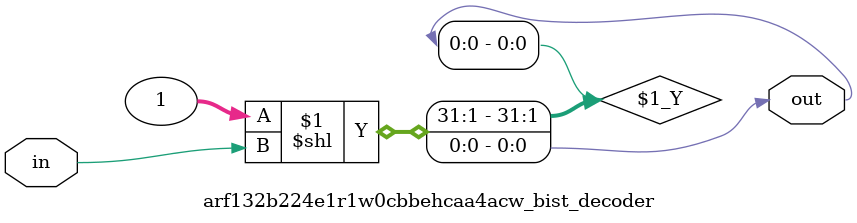
<source format=sv>

`ifndef ARF132B224E1R1W0CBBEHCAA4ACW_BIST_DECODER_SV
`define ARF132B224E1R1W0CBBEHCAA4ACW_BIST_DECODER_SV

module arf132b224e1r1w0cbbehcaa4acw_bist_decoder # (
  parameter IN_WIDTH  = 1,
  parameter OUT_WIDTH = 1
)
(
  input  logic [IN_WIDTH-1:0]  in,
  output logic [OUT_WIDTH-1:0] out
);
  
  assign out = 'b1 << in;

endmodule // arf132b224e1r1w0cbbehcaa4acw_bist_decoder

`endif // ARF132B224E1R1W0CBBEHCAA4ACW_BIST_DECODER_SV
</source>
